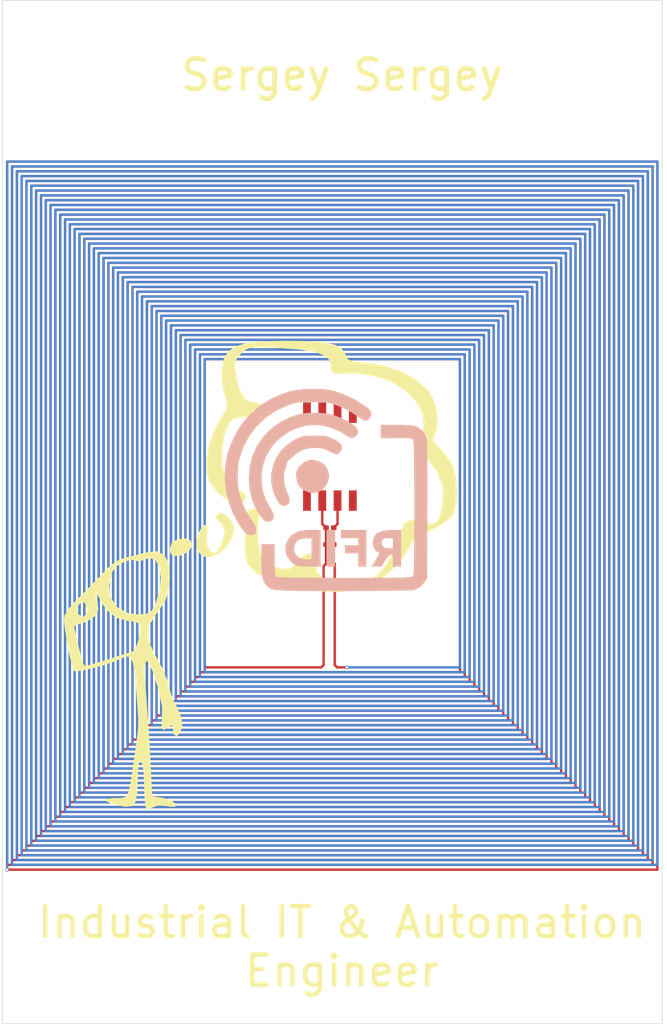
<source format=kicad_pcb>
(kicad_pcb (version 20171130) (host pcbnew "(5.1.9)-1")

  (general
    (thickness 1.6)
    (drawings 6)
    (tracks 356)
    (zones 0)
    (modules 5)
    (nets 8)
  )

  (page A4)
  (layers
    (0 F.Cu signal)
    (31 B.Cu signal)
    (32 B.Adhes user hide)
    (33 F.Adhes user)
    (34 B.Paste user)
    (35 F.Paste user)
    (36 B.SilkS user hide)
    (37 F.SilkS user)
    (38 B.Mask user)
    (39 F.Mask user)
    (40 Dwgs.User user hide)
    (41 Cmts.User user hide)
    (42 Eco1.User user hide)
    (43 Eco2.User user hide)
    (44 Edge.Cuts user)
    (45 Margin user hide)
    (46 B.CrtYd user hide)
    (47 F.CrtYd user hide)
    (48 B.Fab user hide)
    (49 F.Fab user hide)
  )

  (setup
    (last_trace_width 0.2)
    (trace_clearance 0.2)
    (zone_clearance 0.508)
    (zone_45_only no)
    (trace_min 0.2)
    (via_size 0.8)
    (via_drill 0.4)
    (via_min_size 0.4)
    (via_min_drill 0.3)
    (uvia_size 0.3)
    (uvia_drill 0.1)
    (uvias_allowed no)
    (uvia_min_size 0.2)
    (uvia_min_drill 0.1)
    (edge_width 0.05)
    (segment_width 0.2)
    (pcb_text_width 0.3)
    (pcb_text_size 1.5 1.5)
    (mod_edge_width 0.12)
    (mod_text_size 1 1)
    (mod_text_width 0.15)
    (pad_size 1.7 0.65)
    (pad_drill 0)
    (pad_to_mask_clearance 0)
    (aux_axis_origin 30.2 115)
    (visible_elements 7FFFFFFF)
    (pcbplotparams
      (layerselection 0x010fc_ffffffff)
      (usegerberextensions false)
      (usegerberattributes false)
      (usegerberadvancedattributes false)
      (creategerberjobfile false)
      (excludeedgelayer true)
      (linewidth 0.100000)
      (plotframeref false)
      (viasonmask false)
      (mode 1)
      (useauxorigin false)
      (hpglpennumber 1)
      (hpglpenspeed 20)
      (hpglpendiameter 15.000000)
      (psnegative false)
      (psa4output false)
      (plotreference true)
      (plotvalue true)
      (plotinvisibletext false)
      (padsonsilk false)
      (subtractmaskfromsilk false)
      (outputformat 1)
      (mirror false)
      (drillshape 0)
      (scaleselection 1)
      (outputdirectory "ger/"))
  )

  (net 0 "")
  (net 1 "Net-(U1-Pad8)")
  (net 2 "Net-(U1-Pad7)")
  (net 3 "Net-(U1-Pad6)")
  (net 4 "Net-(U1-Pad5)")
  (net 5 "Net-(U1-Pad4)")
  (net 6 "Net-(U1-Pad1)")
  (net 7 "Net-(C1-Pad1)")

  (net_class Default "This is the default net class."
    (clearance 0.2)
    (trace_width 0.2)
    (via_dia 0.8)
    (via_drill 0.4)
    (uvia_dia 0.3)
    (uvia_drill 0.1)
    (add_net "Net-(C1-Pad1)")
    (add_net "Net-(U1-Pad1)")
    (add_net "Net-(U1-Pad4)")
    (add_net "Net-(U1-Pad5)")
    (add_net "Net-(U1-Pad6)")
    (add_net "Net-(U1-Pad7)")
    (add_net "Net-(U1-Pad8)")
  )

  (module My:Attyni_SOIJ (layer F.Cu) (tedit 603E1B24) (tstamp 60410D17)
    (at 57.4 67.9 90)
    (descr "8-Lead Plastic Small Outline (SM) - Medium, 5.28 mm Body [SOIC] (see Microchip Packaging Specification 00000049BS.pdf)")
    (tags "SOIC 1.27")
    (path /60420EB0)
    (attr smd)
    (fp_text reference U1 (at 0 -3.68 90) (layer F.Fab) hide
      (effects (font (size 1 1) (thickness 0.15)))
    )
    (fp_text value ATtiny85-20SU (at 0 3.68 90) (layer F.Fab) hide
      (effects (font (size 1 1) (thickness 0.15)))
    )
    (fp_line (start -4.75 2.95) (end 4.75 2.95) (layer F.CrtYd) (width 0.05))
    (fp_line (start -4.75 -2.95) (end 4.75 -2.95) (layer F.CrtYd) (width 0.05))
    (fp_line (start 4.75 -2.95) (end 4.75 2.95) (layer F.CrtYd) (width 0.05))
    (fp_line (start -4.75 -2.95) (end -4.75 2.95) (layer F.CrtYd) (width 0.05))
    (fp_line (start -2.65 -1.65) (end -1.65 -2.65) (layer F.Fab) (width 0.15))
    (fp_line (start -2.65 2.65) (end -2.65 -1.65) (layer F.Fab) (width 0.15))
    (fp_line (start 2.65 2.65) (end -2.65 2.65) (layer F.Fab) (width 0.15))
    (fp_line (start 2.65 -2.65) (end 2.65 2.65) (layer F.Fab) (width 0.15))
    (fp_line (start -1.65 -2.65) (end 2.65 -2.65) (layer F.Fab) (width 0.15))
    (fp_text user %R (at 0 0 90) (layer F.Fab) hide
      (effects (font (size 1 1) (thickness 0.15)))
    )
    (pad 8 smd rect (at 3.65 -1.905 90) (size 1.7 0.65) (layers F.Cu F.Paste F.Mask)
      (net 1 "Net-(U1-Pad8)"))
    (pad 7 smd rect (at 3.65 -0.635 90) (size 1.7 0.65) (layers F.Cu F.Paste F.Mask)
      (net 2 "Net-(U1-Pad7)"))
    (pad 6 smd rect (at 3.65 0.635 90) (size 1.7 0.65) (layers F.Cu F.Paste F.Mask)
      (net 3 "Net-(U1-Pad6)"))
    (pad 5 smd rect (at 3.65 1.905 90) (size 1.7 0.65) (layers F.Cu F.Paste F.Mask)
      (net 4 "Net-(U1-Pad5)"))
    (pad 4 smd rect (at -3.65 1.905 90) (size 1.7 0.65) (layers F.Cu F.Paste F.Mask)
      (net 5 "Net-(U1-Pad4)"))
    (pad 3 smd rect (at -3.65 0.635 90) (size 1.7 0.65) (layers F.Cu F.Paste F.Mask)
      (net 7 "Net-(C1-Pad1)"))
    (pad 2 smd rect (at -3.65 -0.635 90) (size 1.7 0.65) (layers F.Cu F.Paste F.Mask)
      (net 7 "Net-(C1-Pad1)"))
    (pad 1 smd rect (at -3.65 -1.905 90) (size 1.7 0.65) (layers F.Cu F.Paste F.Mask)
      (net 6 "Net-(U1-Pad1)"))
    (model ${KISYS3DMOD}/Package_SO.3dshapes/SOIJ-8_5.3x5.3mm_P1.27mm.wrl
      (at (xyz 0 0 0))
      (scale (xyz 1 1 1))
      (rotate (xyz 0 0 0))
    )
  )

  (module Capacitor_SMD:C_0201_0603Metric (layer F.Cu) (tedit 5F68FEEE) (tstamp 60410CFA)
    (at 57.4 73.8)
    (descr "Capacitor SMD 0201 (0603 Metric), square (rectangular) end terminal, IPC_7351 nominal, (Body size source: https://www.vishay.com/docs/20052/crcw0201e3.pdf), generated with kicad-footprint-generator")
    (tags capacitor)
    (path /60422D74)
    (attr smd)
    (fp_text reference C2 (at 0 -1.05) (layer F.Fab)
      (effects (font (size 1 1) (thickness 0.15)))
    )
    (fp_text value CAP (at 0 1.05) (layer F.Fab)
      (effects (font (size 1 1) (thickness 0.15)))
    )
    (fp_line (start -0.3 0.15) (end -0.3 -0.15) (layer F.Fab) (width 0.1))
    (fp_line (start -0.3 -0.15) (end 0.3 -0.15) (layer F.Fab) (width 0.1))
    (fp_line (start 0.3 -0.15) (end 0.3 0.15) (layer F.Fab) (width 0.1))
    (fp_line (start 0.3 0.15) (end -0.3 0.15) (layer F.Fab) (width 0.1))
    (fp_line (start -0.7 0.35) (end -0.7 -0.35) (layer F.CrtYd) (width 0.05))
    (fp_line (start -0.7 -0.35) (end 0.7 -0.35) (layer F.CrtYd) (width 0.05))
    (fp_line (start 0.7 -0.35) (end 0.7 0.35) (layer F.CrtYd) (width 0.05))
    (fp_line (start 0.7 0.35) (end -0.7 0.35) (layer F.CrtYd) (width 0.05))
    (fp_text user %R (at 0 -0.68) (layer F.Fab)
      (effects (font (size 0.25 0.25) (thickness 0.04)))
    )
    (pad 2 smd roundrect (at 0.32 0) (size 0.46 0.4) (layers F.Cu F.Mask) (roundrect_rratio 0.25)
      (net 7 "Net-(C1-Pad1)"))
    (pad 1 smd roundrect (at -0.32 0) (size 0.46 0.4) (layers F.Cu F.Mask) (roundrect_rratio 0.25)
      (net 7 "Net-(C1-Pad1)"))
    (pad "" smd roundrect (at 0.345 0) (size 0.318 0.36) (layers F.Paste) (roundrect_rratio 0.25))
    (pad "" smd roundrect (at -0.345 0) (size 0.318 0.36) (layers F.Paste) (roundrect_rratio 0.25))
    (model ${KISYS3DMOD}/Capacitor_SMD.3dshapes/C_0201_0603Metric.wrl
      (at (xyz 0 0 0))
      (scale (xyz 1 1 1))
      (rotate (xyz 0 0 0))
    )
  )

  (module Capacitor_SMD:C_0201_0603Metric (layer F.Cu) (tedit 5F68FEEE) (tstamp 60410CE9)
    (at 57.4 75.2)
    (descr "Capacitor SMD 0201 (0603 Metric), square (rectangular) end terminal, IPC_7351 nominal, (Body size source: https://www.vishay.com/docs/20052/crcw0201e3.pdf), generated with kicad-footprint-generator")
    (tags capacitor)
    (path /60422108)
    (attr smd)
    (fp_text reference C1 (at 0 -1.05) (layer F.Fab)
      (effects (font (size 1 1) (thickness 0.15)))
    )
    (fp_text value C (at 0 1.05) (layer F.Fab)
      (effects (font (size 1 1) (thickness 0.15)))
    )
    (fp_line (start -0.3 0.15) (end -0.3 -0.15) (layer F.Fab) (width 0.1))
    (fp_line (start -0.3 -0.15) (end 0.3 -0.15) (layer F.Fab) (width 0.1))
    (fp_line (start 0.3 -0.15) (end 0.3 0.15) (layer F.Fab) (width 0.1))
    (fp_line (start 0.3 0.15) (end -0.3 0.15) (layer F.Fab) (width 0.1))
    (fp_line (start -0.7 0.35) (end -0.7 -0.35) (layer F.CrtYd) (width 0.05))
    (fp_line (start -0.7 -0.35) (end 0.7 -0.35) (layer F.CrtYd) (width 0.05))
    (fp_line (start 0.7 -0.35) (end 0.7 0.35) (layer F.CrtYd) (width 0.05))
    (fp_line (start 0.7 0.35) (end -0.7 0.35) (layer F.CrtYd) (width 0.05))
    (fp_text user %R (at 0 -0.68) (layer F.Fab)
      (effects (font (size 0.25 0.25) (thickness 0.04)))
    )
    (pad 2 smd roundrect (at 0.32 0) (size 0.46 0.4) (layers F.Cu F.Mask) (roundrect_rratio 0.25)
      (net 7 "Net-(C1-Pad1)"))
    (pad 1 smd roundrect (at -0.32 0) (size 0.46 0.4) (layers F.Cu F.Mask) (roundrect_rratio 0.25)
      (net 7 "Net-(C1-Pad1)"))
    (pad "" smd roundrect (at 0.345 0) (size 0.318 0.36) (layers F.Paste) (roundrect_rratio 0.25))
    (pad "" smd roundrect (at -0.345 0) (size 0.318 0.36) (layers F.Paste) (roundrect_rratio 0.25))
    (model ${KISYS3DMOD}/Capacitor_SMD.3dshapes/C_0201_0603Metric.wrl
      (at (xyz 0 0 0))
      (scale (xyz 1 1 1))
      (rotate (xyz 0 0 0))
    )
  )

  (module My:man (layer F.Cu) (tedit 603F89DF) (tstamp 603FE5F3)
    (at 51.6 77.8)
    (fp_text reference G*** (at 0 0) (layer F.SilkS) hide
      (effects (font (size 1.524 1.524) (thickness 0.3)))
    )
    (fp_text value LOGO (at 0.75 0) (layer F.SilkS) hide
      (effects (font (size 1.524 1.524) (thickness 0.3)))
    )
    (fp_poly (pts (xy -5.782599 -2.948494) (xy -5.642018 -2.513981) (xy -5.902228 -2.059475) (xy -6.454317 -1.726688)
      (xy -6.77802 -1.653294) (xy -7.298875 -1.670281) (xy -7.47549 -1.987766) (xy -7.486316 -2.225888)
      (xy -7.327504 -2.779047) (xy -6.779222 -3.060552) (xy -6.142172 -3.096183) (xy -5.782599 -2.948494)) (layer F.SilkS) (width 0.01))
    (fp_poly (pts (xy -2.796678 -5.053871) (xy -2.680002 -4.952033) (xy -2.270333 -4.400417) (xy -2.138948 -3.943498)
      (xy -2.320018 -3.123642) (xy -2.785859 -2.391374) (xy -3.420413 -1.83658) (xy -4.107623 -1.549142)
      (xy -4.731432 -1.618943) (xy -4.942468 -1.772242) (xy -5.285554 -2.290533) (xy -5.291536 -2.931751)
      (xy -5.086618 -3.592068) (xy -4.763211 -4.16141) (xy -4.484191 -4.260564) (xy -4.360816 -3.910573)
      (xy -4.413984 -3.464838) (xy -4.427547 -2.730907) (xy -4.193458 -2.138314) (xy -3.788856 -1.873087)
      (xy -3.753337 -1.871579) (xy -3.499664 -2.098027) (xy -3.220434 -2.639005) (xy -3.005759 -3.286968)
      (xy -2.941053 -3.742453) (xy -3.15364 -4.288282) (xy -3.408948 -4.515326) (xy -3.715411 -4.795118)
      (xy -3.548949 -5.110505) (xy -3.214988 -5.28038) (xy -2.796678 -5.053871)) (layer F.SilkS) (width 0.01))
    (fp_poly (pts (xy 4.003075 -19.487924) (xy 5.294677 -19.387104) (xy 6.188836 -19.199072) (xy 6.752806 -18.907465)
      (xy 7.053842 -18.49592) (xy 7.105749 -18.335742) (xy 7.270433 -18.009096) (xy 7.64419 -17.824058)
      (xy 8.362932 -17.729148) (xy 8.770391 -17.705235) (xy 10.285949 -17.470183) (xy 11.756471 -16.958473)
      (xy 13.034116 -16.241055) (xy 13.971042 -15.388881) (xy 14.164092 -15.116727) (xy 14.574136 -14.178511)
      (xy 14.764942 -13.154467) (xy 14.719026 -12.236291) (xy 14.477693 -11.67848) (xy 14.363282 -11.334182)
      (xy 14.63194 -10.905545) (xy 14.86769 -10.671364) (xy 15.487831 -9.968403) (xy 15.968509 -9.237258)
      (xy 16.228734 -8.402129) (xy 16.347904 -7.315831) (xy 16.321189 -6.208197) (xy 16.143761 -5.309062)
      (xy 16.055334 -5.104718) (xy 15.618064 -4.634355) (xy 14.88547 -4.123651) (xy 14.070648 -3.697948)
      (xy 13.386693 -3.482591) (xy 13.285995 -3.47579) (xy 12.960872 -3.252219) (xy 12.574661 -2.688462)
      (xy 12.422406 -2.38364) (xy 11.722874 -1.297777) (xy 10.677067 -0.231943) (xy 9.454426 0.652481)
      (xy 8.955147 0.918674) (xy 8.097294 1.173465) (xy 6.928892 1.317292) (xy 6.29744 1.336842)
      (xy 5.277682 1.307795) (xy 4.619436 1.190457) (xy 4.151204 0.939528) (xy 3.883283 0.699168)
      (xy 3.382286 0.298543) (xy 2.822845 0.155252) (xy 2.028288 0.198704) (xy 0.70877 0.177022)
      (xy -0.319063 -0.192915) (xy -0.981224 -0.881283) (xy -1.059808 -1.046139) (xy -1.20464 -1.68977)
      (xy -1.284155 -2.649303) (xy -1.283271 -3.630044) (xy -1.226654 -4.607675) (xy -1.132674 -5.173163)
      (xy -0.956142 -5.449046) (xy -0.651868 -5.557861) (xy -0.567497 -5.570957) (xy -0.158915 -5.58593)
      (xy -0.024386 -5.377208) (xy -0.092495 -4.805934) (xy -0.114089 -4.689368) (xy -0.188833 -3.784282)
      (xy -0.146272 -2.754203) (xy -0.116377 -2.517784) (xy 0.08475 -1.675444) (xy 0.442226 -1.170371)
      (xy 0.820621 -0.926214) (xy 1.819492 -0.570756) (xy 2.586952 -0.634415) (xy 3.067183 -1.111995)
      (xy 3.078178 -1.136316) (xy 3.514285 -1.640485) (xy 3.943684 -1.823333) (xy 4.370149 -1.800835)
      (xy 4.52914 -1.46904) (xy 4.545263 -1.10323) (xy 4.771509 -0.261576) (xy 5.139491 0.118523)
      (xy 5.883339 0.405248) (xy 6.923033 0.531356) (xy 8.044811 0.498228) (xy 9.034911 0.307247)
      (xy 9.520407 0.090209) (xy 10.115974 -0.478212) (xy 10.743486 -1.347666) (xy 11.296114 -2.333741)
      (xy 11.667029 -3.252024) (xy 11.761701 -3.778817) (xy 11.961798 -4.399658) (xy 12.523808 -4.660632)
      (xy 13.39881 -4.544151) (xy 13.650645 -4.457814) (xy 14.274068 -4.315162) (xy 14.686372 -4.507171)
      (xy 14.968304 -5.107829) (xy 15.132137 -5.815263) (xy 15.178549 -7.297685) (xy 14.712511 -8.63871)
      (xy 13.883159 -9.708172) (xy 13.293936 -10.318008) (xy 13.03169 -10.711725) (xy 13.042094 -11.048104)
      (xy 13.270819 -11.485926) (xy 13.273393 -11.490284) (xy 13.604027 -12.504318) (xy 13.468061 -13.527264)
      (xy 12.929663 -14.503003) (xy 12.053002 -15.37542) (xy 10.902246 -16.088398) (xy 9.541562 -16.585819)
      (xy 8.03512 -16.811567) (xy 7.199704 -16.801887) (xy 6.416059 -16.765951) (xy 6.027122 -16.842393)
      (xy 5.895163 -17.094025) (xy 5.881939 -17.402873) (xy 5.75539 -17.924319) (xy 5.335576 -18.314514)
      (xy 4.562677 -18.595124) (xy 3.376871 -18.787816) (xy 1.718336 -18.914259) (xy 1.707586 -18.914822)
      (xy 0.469271 -18.971499) (xy -0.355694 -18.975079) (xy -0.887458 -18.908863) (xy -1.246166 -18.756152)
      (xy -1.551968 -18.500246) (xy -1.597139 -18.455493) (xy -1.995156 -17.928427) (xy -2.089517 -17.318272)
      (xy -2.032956 -16.823448) (xy -1.72745 -15.53292) (xy -1.298679 -14.745851) (xy -0.735308 -14.442809)
      (xy -0.641284 -14.437895) (xy -0.0182 -14.290591) (xy 0.179668 -13.908788) (xy -0.028961 -13.46721)
      (xy -0.62354 -13.163885) (xy -1.282089 -13.161012) (xy -2.033865 -13.103707) (xy -2.565509 -12.689673)
      (xy -2.917677 -11.862327) (xy -3.128332 -10.591364) (xy -3.131574 -9.110749) (xy -2.790024 -8.029515)
      (xy -2.098454 -7.333956) (xy -1.836272 -7.204323) (xy -1.254517 -6.81679) (xy -1.123872 -6.414729)
      (xy -1.426684 -6.128433) (xy -1.989715 -6.071714) (xy -2.849321 -6.367506) (xy -3.656908 -7.027623)
      (xy -4.24931 -7.893335) (xy -4.434459 -8.450034) (xy -4.464958 -9.607808) (xy -4.225859 -10.945569)
      (xy -3.776963 -12.222065) (xy -3.292806 -13.055769) (xy -2.861102 -13.69085) (xy -2.738146 -14.173152)
      (xy -2.870581 -14.743375) (xy -2.90024 -14.826757) (xy -3.142847 -15.874923) (xy -3.191091 -16.987555)
      (xy -3.042678 -17.929504) (xy -2.933127 -18.195863) (xy -2.543251 -18.712211) (xy -1.959051 -19.08217)
      (xy -1.101305 -19.325957) (xy 0.109207 -19.463792) (xy 1.751708 -19.515895) (xy 2.246773 -19.517895)
      (xy 4.003075 -19.487924)) (layer F.SilkS) (width 0.01))
    (fp_poly (pts (xy -7.955735 -1.735195) (xy -7.587377 -0.982463) (xy -7.486316 0.059016) (xy -7.569874 1.171076)
      (xy -7.879896 2.080778) (xy -8.505404 3.019959) (xy -8.729196 3.295777) (xy -9.242503 4.215749)
      (xy -9.282683 5.218645) (xy -8.847034 6.370006) (xy -8.5841 6.816314) (xy -8.092377 7.72787)
      (xy -7.723868 8.65452) (xy -7.625861 9.031389) (xy -7.343439 9.978002) (xy -6.919186 10.87591)
      (xy -6.910824 10.889599) (xy -6.575535 11.660993) (xy -6.459704 12.401378) (xy -6.465379 12.47319)
      (xy -6.638132 13.042678) (xy -6.905196 13.304344) (xy -7.13977 13.202776) (xy -7.218948 12.802491)
      (xy -7.275287 12.39751) (xy -7.486633 12.462058) (xy -7.53979 12.512842) (xy -7.974912 12.816239)
      (xy -8.182672 12.640455) (xy -8.154407 11.994277) (xy -8.138515 11.905453) (xy -8.13923 10.821382)
      (xy -8.469003 9.320727) (xy -8.531026 9.111655) (xy -8.932725 7.901329) (xy -9.24054 7.217112)
      (xy -9.451388 7.058143) (xy -9.562185 7.42356) (xy -9.569848 8.3125) (xy -9.501081 9.38282)
      (xy -9.397409 10.743031) (xy -9.285406 12.392167) (xy -9.181204 14.084975) (xy -9.124579 15.106316)
      (xy -8.956842 18.314737) (xy -8.042306 18.448421) (xy -7.393394 18.634266) (xy -7.022848 18.910667)
      (xy -7.007993 18.944518) (xy -7.044751 19.172572) (xy -7.448052 19.176991) (xy -7.732954 19.121395)
      (xy -8.474771 19.072592) (xy -8.925552 19.224557) (xy -9.311281 19.386406) (xy -9.449337 19.337329)
      (xy -9.538169 18.998973) (xy -9.60141 18.28186) (xy -9.625263 17.350165) (xy -9.662039 16.413537)
      (xy -9.758422 15.702992) (xy -9.892632 15.373684) (xy -10.047285 15.518219) (xy -10.140395 16.141317)
      (xy -10.164094 16.895273) (xy -10.203336 18.061723) (xy -10.347348 18.777114) (xy -10.645892 19.122286)
      (xy -11.14873 19.178082) (xy -11.530285 19.114736) (xy -12.418489 18.883682) (xy -12.850119 18.681214)
      (xy -12.803959 18.531693) (xy -12.258792 18.459478) (xy -12.103515 18.456551) (xy -11.622611 18.457131)
      (xy -11.286347 18.411354) (xy -11.054504 18.235727) (xy -10.886864 17.846759) (xy -10.74321 17.160957)
      (xy -10.583323 16.094828) (xy -10.425326 14.972631) (xy -10.269267 13.869891) (xy -10.169732 13.067286)
      (xy -10.123223 12.406898) (xy -10.126238 11.730808) (xy -10.175278 10.881097) (xy -10.266842 9.699846)
      (xy -10.299396 9.291053) (xy -10.419829 8.008759) (xy -10.564123 7.192621) (xy -10.773001 6.774321)
      (xy -11.087189 6.685543) (xy -11.547413 6.857972) (xy -11.700996 6.939899) (xy -12.244912 7.169396)
      (xy -13.035154 7.425601) (xy -13.910558 7.666494) (xy -14.709961 7.850058) (xy -15.272199 7.934274)
      (xy -15.436385 7.91379) (xy -15.58331 7.556605) (xy -15.774634 6.804885) (xy -15.98086 5.793701)
      (xy -16.172494 4.658126) (xy -16.222937 4.311898) (xy -16.236825 4.18313) (xy -15.424449 4.18313)
      (xy -15.404398 4.478421) (xy -15.246674 5.082495) (xy -15.094162 5.748421) (xy -14.871465 6.722159)
      (xy -14.702997 7.265117) (xy -14.555964 7.474122) (xy -14.505568 7.486316) (xy -14.186465 7.410284)
      (xy -13.505099 7.210716) (xy -12.607418 6.930403) (xy -12.585164 6.923275) (xy -11.658404 6.627974)
      (xy -10.920612 6.396041) (xy -10.532969 6.278118) (xy -10.314246 5.9876) (xy -10.122039 5.383974)
      (xy -10.002419 4.688509) (xy -10.001459 4.122477) (xy -10.052128 3.968762) (xy -10.395524 3.801584)
      (xy -10.918394 3.743158) (xy -11.929409 3.491034) (xy -12.791499 2.794414) (xy -13.264523 2.037801)
      (xy -13.6407 1.203158) (xy -13.4832 2.161043) (xy -13.434216 2.856306) (xy -13.645981 3.286429)
      (xy -14.006074 3.564727) (xy -14.635134 3.888589) (xy -15.114926 4.010526) (xy -15.424449 4.18313)
      (xy -16.236825 4.18313) (xy -16.286484 3.722739) (xy -16.234219 3.27624) (xy -15.997455 2.839374)
      (xy -15.926189 2.757881) (xy -15.181705 2.757881) (xy -15.078095 3.195086) (xy -14.782755 3.420683)
      (xy -14.638281 3.403443) (xy -14.402449 3.083543) (xy -14.396471 2.779631) (xy -14.560613 2.233748)
      (xy -14.806332 2.172891) (xy -15.01259 2.339326) (xy -15.181705 2.757881) (xy -15.926189 2.757881)
      (xy -15.507503 2.279117) (xy -14.810579 1.576608) (xy -14.024638 0.785593) (xy -12.562596 0.785593)
      (xy -12.408681 1.812902) (xy -11.853583 2.615754) (xy -10.950617 3.103316) (xy -10.15851 3.208421)
      (xy -9.432256 3.161359) (xy -9.022183 2.927014) (xy -8.711854 2.365643) (xy -8.658623 2.240033)
      (xy -8.331049 1.160908) (xy -8.23789 0.153551) (xy -8.355495 -0.68714) (xy -8.660213 -1.266271)
      (xy -9.128394 -1.488943) (xy -9.558916 -1.37235) (xy -10.034368 -1.206397) (xy -10.239412 -1.238008)
      (xy -10.671167 -1.340863) (xy -11.290813 -1.169359) (xy -11.892723 -0.811201) (xy -12.262014 -0.37534)
      (xy -12.562596 0.785593) (xy -14.024638 0.785593) (xy -13.990157 0.75089) (xy -13.247071 -0.015016)
      (xy -12.719801 -0.578006) (xy -12.652888 -0.653139) (xy -12.001393 -1.179364) (xy -11.316046 -1.473697)
      (xy -10.534229 -1.659925) (xy -9.640208 -1.903537) (xy -9.559519 -1.927228) (xy -8.608135 -2.045345)
      (xy -7.955735 -1.735195)) (layer F.SilkS) (width 0.01))
  )

  (module My:rfid (layer B.Cu) (tedit 0) (tstamp 603E6F0E)
    (at 58.4 70.6 180)
    (fp_text reference G*** (at 0 0) (layer B.SilkS) hide
      (effects (font (size 1.524 1.524) (thickness 0.3)) (justify mirror))
    )
    (fp_text value LOGO (at 0.75 0) (layer B.SilkS) hide
      (effects (font (size 1.524 1.524) (thickness 0.3)) (justify mirror))
    )
    (fp_poly (pts (xy -3.217334 4.233333) (xy -4.526688 4.233333) (xy -5.026942 4.231839) (xy -5.384322 4.22529)
      (xy -5.625278 4.210585) (xy -5.776259 4.184624) (xy -5.863714 4.144305) (xy -5.914093 4.08653)
      (xy -5.923688 4.069566) (xy -5.943991 3.944752) (xy -5.961665 3.651957) (xy -5.976688 3.192516)
      (xy -5.989041 2.56776) (xy -5.998702 1.779023) (xy -6.005652 0.827639) (xy -6.009869 -0.28506)
      (xy -6.011333 -1.557741) (xy -6.011334 -1.597053) (xy -6.010992 -2.708136) (xy -6.009774 -3.662018)
      (xy -6.007394 -4.470831) (xy -6.003567 -5.146706) (xy -5.998004 -5.701775) (xy -5.990421 -6.14817)
      (xy -5.980531 -6.498021) (xy -5.968046 -6.763461) (xy -5.952682 -6.95662) (xy -5.93415 -7.089632)
      (xy -5.912166 -7.174626) (xy -5.886443 -7.223735) (xy -5.878286 -7.232953) (xy -5.83746 -7.259667)
      (xy -5.764339 -7.2826) (xy -5.64686 -7.302035) (xy -5.472962 -7.318252) (xy -5.230585 -7.331534)
      (xy -4.907667 -7.342161) (xy -4.492146 -7.350416) (xy -3.971962 -7.35658) (xy -3.335053 -7.360935)
      (xy -2.569357 -7.363762) (xy -1.662814 -7.365343) (xy -0.603361 -7.36596) (xy -0.18022 -7.366)
      (xy 0.997015 -7.365239) (xy 2.014094 -7.362844) (xy 2.880187 -7.358653) (xy 3.604465 -7.352499)
      (xy 4.196099 -7.34422) (xy 4.664259 -7.33365) (xy 5.018116 -7.320626) (xy 5.266841 -7.304981)
      (xy 5.419604 -7.286554) (xy 5.485576 -7.265178) (xy 5.486399 -7.2644) (xy 5.531376 -7.144823)
      (xy 5.56286 -6.88394) (xy 5.58151 -6.472698) (xy 5.587984 -5.902043) (xy 5.588 -5.8674)
      (xy 5.588 -4.572) (xy 6.688666 -4.572) (xy 6.686807 -5.9055) (xy 6.677877 -6.529357)
      (xy 6.649004 -7.011375) (xy 6.594118 -7.37848) (xy 6.507146 -7.657598) (xy 6.38202 -7.875653)
      (xy 6.212668 -8.059572) (xy 6.198228 -8.07255) (xy 6.111444 -8.147009) (xy 6.022303 -8.211238)
      (xy 5.918303 -8.265982) (xy 5.786946 -8.31199) (xy 5.615731 -8.350009) (xy 5.392157 -8.380785)
      (xy 5.103725 -8.405067) (xy 4.737934 -8.4236) (xy 4.282284 -8.437132) (xy 3.724275 -8.446411)
      (xy 3.051407 -8.452184) (xy 2.251179 -8.455196) (xy 1.311091 -8.456197) (xy 0.218643 -8.455933)
      (xy -0.211667 -8.455673) (xy -1.174657 -8.454075) (xy -2.091689 -8.45065) (xy -2.948074 -8.445574)
      (xy -3.729119 -8.439024) (xy -4.420135 -8.431177) (xy -5.00643 -8.42221) (xy -5.473314 -8.4123)
      (xy -5.806095 -8.401624) (xy -5.990082 -8.390358) (xy -6.018651 -8.385749) (xy -6.464773 -8.164617)
      (xy -6.818685 -7.80564) (xy -6.877676 -7.717073) (xy -7.069667 -7.408334) (xy -7.09369 -1.755322)
      (xy -7.097825 -0.45171) (xy -7.09851 0.696781) (xy -7.095768 1.688144) (xy -7.089619 2.520374)
      (xy -7.080085 3.191466) (xy -7.067187 3.699413) (xy -7.050946 4.04221) (xy -7.031385 4.217851)
      (xy -7.029903 4.223792) (xy -6.829006 4.675854) (xy -6.500347 5.016938) (xy -6.229655 5.173444)
      (xy -6.066953 5.235457) (xy -5.875379 5.279259) (xy -5.623414 5.30783) (xy -5.279538 5.324149)
      (xy -4.812231 5.331197) (xy -4.550834 5.33214) (xy -3.217334 5.334) (xy -3.217334 4.233333)) (layer B.SilkS) (width 0.01))
    (fp_poly (pts (xy -4.2545 -3.387139) (xy -3.655655 -3.418073) (xy -3.201712 -3.514945) (xy -2.878618 -3.685317)
      (xy -2.672323 -3.936752) (xy -2.568775 -4.276815) (xy -2.566094 -4.295899) (xy -2.569168 -4.539835)
      (xy -2.624449 -4.800278) (xy -2.713515 -5.022628) (xy -2.817944 -5.152287) (xy -2.859675 -5.165963)
      (xy -2.978585 -5.207501) (xy -3.033352 -5.238489) (xy -3.072205 -5.309126) (xy -3.036728 -5.44672)
      (xy -2.917086 -5.67814) (xy -2.801432 -5.872192) (xy -2.457159 -6.434667) (xy -3.294464 -6.434667)
      (xy -3.578456 -5.947834) (xy -3.799086 -5.621295) (xy -3.98593 -5.45466) (xy -4.047891 -5.433945)
      (xy -4.150231 -5.431816) (xy -4.205841 -5.488186) (xy -4.228837 -5.640112) (xy -4.233334 -5.920778)
      (xy -4.233334 -6.434667) (xy -4.910667 -6.434667) (xy -4.910667 -4.064) (xy -4.233334 -4.064)
      (xy -4.233334 -4.910667) (xy -3.931434 -4.910667) (xy -3.677546 -4.8863) (xy -3.47398 -4.827231)
      (xy -3.465768 -4.823021) (xy -3.342497 -4.673594) (xy -3.302108 -4.451739) (xy -3.35209 -4.236653)
      (xy -3.4036 -4.1656) (xy -3.547061 -4.102212) (xy -3.782771 -4.066732) (xy -3.869267 -4.064)
      (xy -4.233334 -4.064) (xy -4.910667 -4.064) (xy -4.910667 -3.386667) (xy -4.2545 -3.387139)) (layer B.SilkS) (width 0.01))
    (fp_poly (pts (xy 0.084666 -4.064) (xy -1.354667 -4.064) (xy -1.354667 -4.656667) (xy -0.254 -4.656667)
      (xy -0.254 -5.334) (xy -1.354667 -5.334) (xy -1.354667 -6.434667) (xy -2.032 -6.434667)
      (xy -2.032 -3.386667) (xy 0.084666 -3.386667) (xy 0.084666 -4.064)) (layer B.SilkS) (width 0.01))
    (fp_poly (pts (xy 1.27 -6.434667) (xy 0.592666 -6.434667) (xy 0.592666 -3.386667) (xy 1.27 -3.386667)
      (xy 1.27 -6.434667)) (layer B.SilkS) (width 0.01))
    (fp_poly (pts (xy 2.518833 -3.387139) (xy 3.075333 -3.405889) (xy 3.502396 -3.468385) (xy 3.836637 -3.585211)
      (xy 4.114671 -3.766949) (xy 4.244454 -3.885867) (xy 4.54218 -4.290547) (xy 4.688435 -4.736752)
      (xy 4.685786 -5.195671) (xy 4.536798 -5.6385) (xy 4.244038 -6.036429) (xy 4.036955 -6.215215)
      (xy 3.909741 -6.293413) (xy 3.753174 -6.347294) (xy 3.531644 -6.382717) (xy 3.20954 -6.405536)
      (xy 2.788122 -6.420591) (xy 1.778 -6.448848) (xy 1.778 -4.106334) (xy 2.517069 -4.106334)
      (xy 2.520545 -4.910667) (xy 2.522844 -5.26541) (xy 2.526151 -5.554712) (xy 2.529929 -5.737825)
      (xy 2.53201 -5.7785) (xy 2.613224 -5.822508) (xy 2.804071 -5.839856) (xy 3.04713 -5.831581)
      (xy 3.284981 -5.798722) (xy 3.415357 -5.76252) (xy 3.739581 -5.560023) (xy 3.930562 -5.258145)
      (xy 3.979333 -4.955874) (xy 3.911873 -4.57081) (xy 3.715281 -4.29105) (xy 3.398241 -4.123508)
      (xy 2.969437 -4.075098) (xy 2.87887 -4.079729) (xy 2.517069 -4.106334) (xy 1.778 -4.106334)
      (xy 1.778 -3.386667) (xy 2.518833 -3.387139)) (layer B.SilkS) (width 0.01))
    (fp_poly (pts (xy 3.160435 8.304473) (xy 3.79788 8.238568) (xy 4.38097 8.113518) (xy 4.965341 7.917364)
      (xy 5.606632 7.638147) (xy 5.612026 7.6356) (xy 5.982859 7.444604) (xy 6.354357 7.225989)
      (xy 6.69963 6.99909) (xy 6.991789 6.783238) (xy 7.203944 6.597766) (xy 7.309205 6.462008)
      (xy 7.310968 6.41412) (xy 7.308994 6.363243) (xy 7.342614 6.37788) (xy 7.443808 6.348214)
      (xy 7.619351 6.2082) (xy 7.843761 5.984267) (xy 8.091554 5.70284) (xy 8.337246 5.390347)
      (xy 8.45755 5.221673) (xy 8.726796 4.776703) (xy 9.002326 4.23308) (xy 9.253885 3.657496)
      (xy 9.451217 3.116641) (xy 9.520457 2.878666) (xy 9.698068 1.867187) (xy 9.726477 0.82469)
      (xy 9.611214 -0.219853) (xy 9.357808 -1.237468) (xy 8.971787 -2.199184) (xy 8.45868 -3.076028)
      (xy 8.357163 -3.217334) (xy 8.169823 -3.462012) (xy 8.012893 -3.652185) (xy 7.921995 -3.745204)
      (xy 7.741049 -3.800188) (xy 7.499566 -3.801295) (xy 7.286002 -3.753118) (xy 7.2136 -3.7084)
      (xy 7.110609 -3.491399) (xy 7.144847 -3.197087) (xy 7.312529 -2.841909) (xy 7.463434 -2.622388)
      (xy 7.819308 -2.074334) (xy 8.805333 -2.074334) (xy 8.847666 -2.116667) (xy 8.89 -2.074334)
      (xy 8.847666 -2.032) (xy 8.805333 -2.074334) (xy 7.819308 -2.074334) (xy 7.837407 -2.046462)
      (xy 8.172233 -1.375371) (xy 8.433152 -0.683227) (xy 8.521839 -0.36568) (xy 8.610656 0.158199)
      (xy 8.654578 0.770829) (xy 8.653773 1.409804) (xy 8.608411 2.012722) (xy 8.518661 2.517179)
      (xy 8.51397 2.535102) (xy 8.168804 3.518217) (xy 7.684042 4.417803) (xy 7.071617 5.221018)
      (xy 6.997493 5.291666) (xy 8.212666 5.291666) (xy 8.255 5.249333) (xy 8.297333 5.291666)
      (xy 8.255 5.334) (xy 8.212666 5.291666) (xy 6.997493 5.291666) (xy 6.464494 5.799666)
      (xy 7.704666 5.799666) (xy 7.747 5.757333) (xy 7.789333 5.799666) (xy 7.747 5.842)
      (xy 7.704666 5.799666) (xy 6.464494 5.799666) (xy 6.343466 5.915017) (xy 6.141788 6.053666)
      (xy 6.773333 6.053666) (xy 6.815666 6.011333) (xy 6.858 6.053666) (xy 6.815666 6.096)
      (xy 6.773333 6.053666) (xy 6.141788 6.053666) (xy 5.649162 6.392333) (xy 6.011333 6.392333)
      (xy 6.053666 6.35) (xy 6.096 6.392333) (xy 6.053666 6.434666) (xy 6.011333 6.392333)
      (xy 5.649162 6.392333) (xy 5.511521 6.486957) (xy 4.587718 6.923995) (xy 4.360333 7.005147)
      (xy 4.070139 7.09718) (xy 3.813749 7.160788) (xy 3.547734 7.201228) (xy 3.228666 7.22376)
      (xy 2.813115 7.233642) (xy 2.455333 7.235814) (xy 1.941193 7.233649) (xy 1.55456 7.22113)
      (xy 1.25371 7.193822) (xy 0.996921 7.147294) (xy 0.742469 7.077112) (xy 0.635 7.042421)
      (xy -0.056106 6.766326) (xy -0.751087 6.405823) (xy -1.367395 6.004207) (xy -1.419818 5.964752)
      (xy -1.658159 5.802986) (xy -1.865226 5.696917) (xy -1.959509 5.672667) (xy -2.17385 5.748055)
      (xy -2.352318 5.937692) (xy -2.449085 6.186784) (xy -2.455334 6.265508) (xy -2.433857 6.414266)
      (xy -2.350523 6.553263) (xy -2.17698 6.717016) (xy -1.926167 6.909713) (xy -0.983604 7.500427)
      (xy 0.06253 7.958825) (xy 0.483588 8.097382) (xy 0.81591 8.191412) (xy 1.109465 8.255307)
      (xy 1.412536 8.294718) (xy 1.773407 8.315296) (xy 2.24036 8.322691) (xy 2.413 8.323189)
      (xy 3.160435 8.304473)) (layer B.SilkS) (width 0.01))
    (fp_poly (pts (xy 2.606246 6.338712) (xy 3.165141 6.297345) (xy 3.601711 6.220325) (xy 4.414573 5.938811)
      (xy 5.190188 5.531677) (xy 5.889283 5.02412) (xy 6.472585 4.441336) (xy 6.576711 4.311725)
      (xy 7.101384 3.51188) (xy 7.464839 2.677202) (xy 7.673776 1.787897) (xy 7.735283 0.889)
      (xy 7.664884 -0.057676) (xy 7.451522 -0.926148) (xy 7.087682 -1.739842) (xy 6.696096 -2.3495)
      (xy 6.434406 -2.617859) (xy 6.164473 -2.71802) (xy 5.88801 -2.649517) (xy 5.801737 -2.594318)
      (xy 5.667581 -2.399492) (xy 5.672226 -2.12057) (xy 5.814153 -1.768238) (xy 5.950637 -1.546364)
      (xy 6.330801 -0.867876) (xy 6.56575 -0.149042) (xy 6.666248 0.592666) (xy 6.665912 1.317906)
      (xy 6.561358 1.966598) (xy 6.339251 2.605074) (xy 6.203486 2.894589) (xy 5.765765 3.587788)
      (xy 5.204733 4.186397) (xy 4.741319 4.529666) (xy 5.757333 4.529666) (xy 5.799666 4.487333)
      (xy 5.842 4.529666) (xy 5.799666 4.572) (xy 5.757333 4.529666) (xy 4.741319 4.529666)
      (xy 4.544829 4.675213) (xy 3.810493 5.039034) (xy 3.026164 5.262655) (xy 2.286 5.331497)
      (xy 1.5727 5.26225) (xy 0.838703 5.06821) (xy 0.145196 4.76993) (xy -0.388992 4.432988)
      (xy -0.693708 4.265218) (xy -0.960466 4.25972) (xy -1.185334 4.402666) (xy -1.333335 4.650274)
      (xy -1.320078 4.917774) (xy -1.241217 5.037666) (xy -0.846667 5.037666) (xy -0.804334 4.995333)
      (xy -0.762 5.037666) (xy -0.804334 5.08) (xy -0.846667 5.037666) (xy -1.241217 5.037666)
      (xy -1.14755 5.180065) (xy -1.121834 5.204836) (xy -0.846077 5.412349) (xy -0.459137 5.640776)
      (xy -0.012699 5.864683) (xy 0.441554 6.058634) (xy 0.851939 6.197192) (xy 0.940988 6.220046)
      (xy 1.430662 6.300055) (xy 2.006917 6.339613) (xy 2.606246 6.338712)) (layer B.SilkS) (width 0.01))
    (fp_poly (pts (xy 2.716177 4.442394) (xy 3.02273 4.428816) (xy 3.254915 4.395625) (xy 3.460204 4.334178)
      (xy 3.686072 4.235836) (xy 3.835455 4.163293) (xy 4.495333 3.750678) (xy 5.036002 3.232719)
      (xy 5.450548 2.63005) (xy 5.732056 1.963302) (xy 5.873611 1.253109) (xy 5.8683 0.520104)
      (xy 5.709208 -0.215081) (xy 5.484225 -0.756638) (xy 5.264507 -1.121894) (xy 5.048785 -1.331974)
      (xy 4.819857 -1.399704) (xy 4.656666 -1.373724) (xy 4.429419 -1.233335) (xy 4.33642 -0.993843)
      (xy 4.378116 -0.659934) (xy 4.548845 -0.248016) (xy 4.562277 -0.211667) (xy 4.741333 -0.211667)
      (xy 4.783666 -0.254) (xy 4.826 -0.211667) (xy 4.783666 -0.169334) (xy 4.741333 -0.211667)
      (xy 4.562277 -0.211667) (xy 4.738686 0.265703) (xy 4.818664 0.827832) (xy 4.78397 1.375928)
      (xy 4.698309 1.693333) (xy 4.610609 1.950306) (xy 4.554584 2.158485) (xy 4.545509 2.216452)
      (xy 4.515231 2.330657) (xy 4.490357 2.343452) (xy 4.411109 2.390105) (xy 4.252813 2.526444)
      (xy 4.099806 2.673527) (xy 3.623796 3.067932) (xy 3.119922 3.310788) (xy 2.942739 3.344333)
      (xy 4.741333 3.344333) (xy 4.783666 3.302) (xy 4.826 3.344333) (xy 4.783666 3.386666)
      (xy 4.741333 3.344333) (xy 2.942739 3.344333) (xy 2.546644 3.419323) (xy 2.278478 3.429)
      (xy 1.908532 3.418516) (xy 1.628869 3.374834) (xy 1.361091 3.279613) (xy 1.102418 3.153833)
      (xy 0.820986 3.016645) (xy 0.589291 2.918049) (xy 0.456056 2.878716) (xy 0.453773 2.878666)
      (xy 0.274127 2.952036) (xy 0.111167 3.132338) (xy 0.011647 3.359862) (xy 0 3.458211)
      (xy 0.030952 3.648028) (xy 0.140773 3.811983) (xy 0.354906 3.973734) (xy 0.698797 4.156939)
      (xy 0.806629 4.208212) (xy 1.04389 4.312519) (xy 1.253874 4.38086) (xy 1.483373 4.420717)
      (xy 1.77918 4.439569) (xy 2.188088 4.444899) (xy 2.28778 4.445) (xy 2.716177 4.442394)) (layer B.SilkS) (width 0.01))
    (fp_poly (pts (xy 2.750317 2.416638) (xy 3.165152 2.236402) (xy 3.529721 1.900668) (xy 3.626993 1.770215)
      (xy 3.744608 1.5639) (xy 3.795461 1.351183) (xy 3.795039 1.058662) (xy 3.790841 0.993695)
      (xy 3.713355 0.549436) (xy 3.535214 0.216941) (xy 3.230083 -0.04418) (xy 3.04627 -0.148167)
      (xy 2.682678 -0.292988) (xy 2.34383 -0.320229) (xy 1.977102 -0.246173) (xy 1.636023 -0.065571)
      (xy 1.356443 0.2359) (xy 1.161654 0.614144) (xy 1.074947 1.025064) (xy 1.110683 1.394148)
      (xy 1.253865 1.779667) (xy 1.457288 2.049724) (xy 1.763549 2.25727) (xy 1.833141 2.2922)
      (xy 2.301039 2.436772) (xy 2.750317 2.416638)) (layer B.SilkS) (width 0.01))
  )

  (gr_text "Sergey Sergey\n" (at 58.4 36.2) (layer F.SilkS) (tstamp 603E0662)
    (effects (font (size 2.5 2.5) (thickness 0.4)))
  )
  (gr_line (start 30.2 115) (end 30.2 30) (layer Edge.Cuts) (width 0.05) (tstamp 603DFFFC))
  (gr_line (start 85 115) (end 30.2 115) (layer Edge.Cuts) (width 0.05))
  (gr_line (start 85 30) (end 85 115) (layer Edge.Cuts) (width 0.05))
  (gr_line (start 30.2 30) (end 85 30) (layer Edge.Cuts) (width 0.05))
  (gr_text "Industrial IT & Automation\nEngineer" (at 58.4 108.6) (layer F.SilkS)
    (effects (font (size 2.5 2.5) (thickness 0.375)))
  )

  (segment (start 58.035 73.485) (end 57.72 73.8) (width 0.2) (layer F.Cu) (net 7))
  (segment (start 58.035 71.55) (end 58.035 73.485) (width 0.2) (layer F.Cu) (net 7))
  (segment (start 57.72 73.8) (end 57.72 75.2) (width 0.2) (layer F.Cu) (net 7))
  (segment (start 57.72 75.2) (end 57.72 76.72) (width 0.2) (layer F.Cu) (net 7))
  (segment (start 57.72 76.72) (end 57.8 76.8) (width 0.2) (layer F.Cu) (net 7))
  (segment (start 57.8 76.8) (end 57.8 85.2) (width 0.2) (layer F.Cu) (net 7))
  (segment (start 57.8 85.2) (end 58 85.4) (width 0.2) (layer F.Cu) (net 7))
  (segment (start 58 85.4) (end 58.8 85.4) (width 0.2) (layer F.Cu) (net 7))
  (via (at 58.8 85.4) (size 0.3) (drill 0.2) (layers F.Cu B.Cu) (net 7))
  (segment (start 30.6 102.2) (end 30.6 102.2) (width 0.2) (layer F.Cu) (net 7) (tstamp 603E8C7B))
  (segment (start 84.6 43.4) (end 84.6 102.2) (width 0.2) (layer F.Cu) (net 7))
  (segment (start 30.6 43.4) (end 84.6 43.4) (width 0.2) (layer F.Cu) (net 7))
  (segment (start 30.6 101.8) (end 30.6 43.4) (width 0.2) (layer F.Cu) (net 7))
  (segment (start 84.2 101.8) (end 30.6 101.8) (width 0.2) (layer F.Cu) (net 7))
  (segment (start 84.2 43.8) (end 84.2 101.8) (width 0.2) (layer F.Cu) (net 7))
  (segment (start 31 43.8) (end 84.2 43.8) (width 0.2) (layer F.Cu) (net 7))
  (segment (start 31 101.4) (end 31 43.8) (width 0.2) (layer F.Cu) (net 7))
  (segment (start 83.8 101.4) (end 31 101.4) (width 0.2) (layer F.Cu) (net 7))
  (segment (start 83.8 44.2) (end 83.8 101.4) (width 0.2) (layer F.Cu) (net 7))
  (segment (start 31.4 44.2) (end 83.8 44.2) (width 0.2) (layer F.Cu) (net 7))
  (segment (start 31.4 101) (end 31.4 44.2) (width 0.2) (layer F.Cu) (net 7))
  (segment (start 83.4 101) (end 31.4 101) (width 0.2) (layer F.Cu) (net 7))
  (segment (start 83.4 44.6) (end 83.4 101) (width 0.2) (layer F.Cu) (net 7))
  (segment (start 31.8 44.6) (end 83.4 44.6) (width 0.2) (layer F.Cu) (net 7))
  (segment (start 31.8 100.6) (end 31.8 44.6) (width 0.2) (layer F.Cu) (net 7))
  (segment (start 83 100.6) (end 31.8 100.6) (width 0.2) (layer F.Cu) (net 7))
  (segment (start 83 45) (end 83 100.6) (width 0.2) (layer F.Cu) (net 7))
  (segment (start 32.2 45) (end 83 45) (width 0.2) (layer F.Cu) (net 7))
  (segment (start 32.2 100.2) (end 32.2 45) (width 0.2) (layer F.Cu) (net 7))
  (segment (start 82.6 100.2) (end 32.2 100.2) (width 0.2) (layer F.Cu) (net 7))
  (segment (start 82.6 45.4) (end 82.6 100.2) (width 0.2) (layer F.Cu) (net 7))
  (segment (start 32.6 45.4) (end 82.6 45.4) (width 0.2) (layer F.Cu) (net 7))
  (segment (start 32.6 99.8) (end 32.6 45.4) (width 0.2) (layer F.Cu) (net 7))
  (segment (start 82.2 99.8) (end 32.6 99.8) (width 0.2) (layer F.Cu) (net 7))
  (segment (start 82.2 45.8) (end 82.2 99.8) (width 0.2) (layer F.Cu) (net 7))
  (segment (start 33 45.8) (end 82.2 45.8) (width 0.2) (layer F.Cu) (net 7))
  (segment (start 33 99.4) (end 33 45.8) (width 0.2) (layer F.Cu) (net 7))
  (segment (start 81.8 99.4) (end 33 99.4) (width 0.2) (layer F.Cu) (net 7))
  (segment (start 81.8 46.2) (end 81.8 99.4) (width 0.2) (layer F.Cu) (net 7))
  (segment (start 33.4 46.2) (end 81.8 46.2) (width 0.2) (layer F.Cu) (net 7))
  (segment (start 33.4 99) (end 33.4 46.2) (width 0.2) (layer F.Cu) (net 7))
  (segment (start 81.4 99) (end 33.4 99) (width 0.2) (layer F.Cu) (net 7))
  (segment (start 81.4 46.6) (end 81.4 99) (width 0.2) (layer F.Cu) (net 7))
  (segment (start 33.8 46.6) (end 81.4 46.6) (width 0.2) (layer F.Cu) (net 7))
  (segment (start 33.8 98.6) (end 33.8 46.6) (width 0.2) (layer F.Cu) (net 7))
  (segment (start 81 98.6) (end 33.8 98.6) (width 0.2) (layer F.Cu) (net 7))
  (segment (start 81 47) (end 81 98.6) (width 0.2) (layer F.Cu) (net 7))
  (segment (start 34.2 47) (end 81 47) (width 0.2) (layer F.Cu) (net 7))
  (segment (start 34.2 98.2) (end 34.2 47) (width 0.2) (layer F.Cu) (net 7))
  (segment (start 80.6 98.2) (end 34.2 98.2) (width 0.2) (layer F.Cu) (net 7))
  (segment (start 80.6 47.4) (end 80.6 98.2) (width 0.2) (layer F.Cu) (net 7))
  (segment (start 34.6 47.4) (end 80.6 47.4) (width 0.2) (layer F.Cu) (net 7))
  (segment (start 34.6 97.8) (end 34.6 47.4) (width 0.2) (layer F.Cu) (net 7))
  (segment (start 73.4 91) (end 41.4 91) (width 0.2) (layer F.Cu) (net 7))
  (segment (start 73 90.6) (end 41.8 90.6) (width 0.2) (layer F.Cu) (net 7))
  (segment (start 42.2 90.2) (end 42.2 55) (width 0.2) (layer F.Cu) (net 7))
  (segment (start 72.6 55.4) (end 72.6 90.2) (width 0.2) (layer F.Cu) (net 7))
  (segment (start 42.6 89.8) (end 42.6 55.4) (width 0.2) (layer F.Cu) (net 7))
  (segment (start 72.2 89.8) (end 42.6 89.8) (width 0.2) (layer F.Cu) (net 7))
  (segment (start 43 55.8) (end 72.2 55.8) (width 0.2) (layer F.Cu) (net 7))
  (segment (start 43.4 89) (end 43.4 56.2) (width 0.2) (layer F.Cu) (net 7))
  (segment (start 71 88.6) (end 43.8 88.6) (width 0.2) (layer F.Cu) (net 7))
  (segment (start 72.6 90.2) (end 42.2 90.2) (width 0.2) (layer F.Cu) (net 7))
  (segment (start 71 57) (end 71 88.6) (width 0.2) (layer F.Cu) (net 7))
  (segment (start 71.4 56.6) (end 71.4 89) (width 0.2) (layer F.Cu) (net 7))
  (segment (start 44.2 57) (end 71 57) (width 0.2) (layer F.Cu) (net 7))
  (segment (start 35.4 97) (end 35.4 48.2) (width 0.2) (layer F.Cu) (net 7))
  (segment (start 44.2 88.2) (end 44.2 57) (width 0.2) (layer F.Cu) (net 7))
  (segment (start 70.6 88.2) (end 44.2 88.2) (width 0.2) (layer F.Cu) (net 7))
  (segment (start 35.8 48.6) (end 79.4 48.6) (width 0.2) (layer F.Cu) (net 7))
  (segment (start 70.6 57.4) (end 70.6 88.2) (width 0.2) (layer F.Cu) (net 7))
  (segment (start 46.2 59) (end 69 59) (width 0.2) (layer F.Cu) (net 7))
  (segment (start 73.4 54.6) (end 73.4 91) (width 0.2) (layer F.Cu) (net 7))
  (segment (start 68.6 86.2) (end 46.2 86.2) (width 0.2) (layer F.Cu) (net 7))
  (segment (start 46.2 86.2) (end 46.2 59) (width 0.2) (layer F.Cu) (net 7))
  (segment (start 77.4 50.6) (end 77.4 95) (width 0.2) (layer F.Cu) (net 7))
  (segment (start 69.4 58.6) (end 69.4 87) (width 0.2) (layer F.Cu) (net 7))
  (segment (start 37.8 50.6) (end 77.4 50.6) (width 0.2) (layer F.Cu) (net 7))
  (segment (start 68.6 59.4) (end 68.6 86.2) (width 0.2) (layer F.Cu) (net 7))
  (segment (start 41 91.4) (end 41 53.8) (width 0.2) (layer F.Cu) (net 7))
  (segment (start 41.8 54.6) (end 73.4 54.6) (width 0.2) (layer F.Cu) (net 7))
  (segment (start 70.2 57.8) (end 70.2 87.8) (width 0.2) (layer F.Cu) (net 7))
  (segment (start 71.8 56.2) (end 71.8 89.4) (width 0.2) (layer F.Cu) (net 7))
  (segment (start 46.6 85.8) (end 46.6 59.4) (width 0.2) (layer F.Cu) (net 7))
  (segment (start 77.4 95) (end 37.4 95) (width 0.2) (layer F.Cu) (net 7))
  (segment (start 42.6 55.4) (end 72.6 55.4) (width 0.2) (layer F.Cu) (net 7))
  (segment (start 46.6 59.4) (end 68.6 59.4) (width 0.2) (layer F.Cu) (net 7))
  (segment (start 68.2 85.8) (end 46.6 85.8) (width 0.2) (layer F.Cu) (net 7))
  (segment (start 77.8 50.2) (end 77.8 95.4) (width 0.2) (layer F.Cu) (net 7))
  (segment (start 68.2 59.8) (end 68.2 85.8) (width 0.2) (layer F.Cu) (net 7))
  (segment (start 35 47.8) (end 80.2 47.8) (width 0.2) (layer F.Cu) (net 7))
  (segment (start 47 59.8) (end 68.2 59.8) (width 0.2) (layer F.Cu) (net 7))
  (segment (start 80.2 97.8) (end 34.6 97.8) (width 0.2) (layer F.Cu) (net 7))
  (segment (start 43.4 56.2) (end 71.8 56.2) (width 0.2) (layer F.Cu) (net 7))
  (segment (start 47 85.4) (end 47 59.8) (width 0.2) (layer F.Cu) (net 7))
  (segment (start 43.8 88.6) (end 43.8 56.6) (width 0.2) (layer F.Cu) (net 7))
  (segment (start 56.6875 85.4) (end 47 85.4) (width 0.2) (layer F.Cu) (net 7))
  (segment (start 36.2 49) (end 79 49) (width 0.2) (layer F.Cu) (net 7))
  (segment (start 43.8 56.6) (end 71.4 56.6) (width 0.2) (layer F.Cu) (net 7))
  (segment (start 69 59) (end 69 86.6) (width 0.2) (layer F.Cu) (net 7))
  (segment (start 73 55) (end 73 90.6) (width 0.2) (layer F.Cu) (net 7))
  (segment (start 69 86.6) (end 45.8 86.6) (width 0.2) (layer F.Cu) (net 7))
  (segment (start 45.8 86.6) (end 45.8 58.6) (width 0.2) (layer F.Cu) (net 7))
  (segment (start 45.8 58.6) (end 69.4 58.6) (width 0.2) (layer F.Cu) (net 7))
  (segment (start 42.2 55) (end 73 55) (width 0.2) (layer F.Cu) (net 7))
  (segment (start 44.6 87.8) (end 44.6 57.4) (width 0.2) (layer F.Cu) (net 7))
  (segment (start 78.2 95.8) (end 36.6 95.8) (width 0.2) (layer F.Cu) (net 7))
  (segment (start 71.4 89) (end 43.4 89) (width 0.2) (layer F.Cu) (net 7))
  (segment (start 69.4 87) (end 45.4 87) (width 0.2) (layer F.Cu) (net 7))
  (segment (start 45.4 87) (end 45.4 58.2) (width 0.2) (layer F.Cu) (net 7))
  (segment (start 37 95.4) (end 37 49.8) (width 0.2) (layer F.Cu) (net 7))
  (segment (start 45.4 58.2) (end 69.8 58.2) (width 0.2) (layer F.Cu) (net 7))
  (segment (start 37.4 95) (end 37.4 50.2) (width 0.2) (layer F.Cu) (net 7))
  (segment (start 69.8 58.2) (end 69.8 87.4) (width 0.2) (layer F.Cu) (net 7))
  (segment (start 72.2 55.8) (end 72.2 89.8) (width 0.2) (layer F.Cu) (net 7))
  (segment (start 69.8 87.4) (end 45 87.4) (width 0.2) (layer F.Cu) (net 7))
  (segment (start 78.6 96.2) (end 36.2 96.2) (width 0.2) (layer F.Cu) (net 7))
  (segment (start 41.8 90.6) (end 41.8 54.6) (width 0.2) (layer F.Cu) (net 7))
  (segment (start 45 87.4) (end 45 57.8) (width 0.2) (layer F.Cu) (net 7))
  (segment (start 37.8 94.6) (end 37.8 50.6) (width 0.2) (layer F.Cu) (net 7))
  (segment (start 45 57.8) (end 70.2 57.8) (width 0.2) (layer F.Cu) (net 7))
  (segment (start 43 89.4) (end 43 55.8) (width 0.2) (layer F.Cu) (net 7))
  (segment (start 70.2 87.8) (end 44.6 87.8) (width 0.2) (layer F.Cu) (net 7))
  (segment (start 35 97.4) (end 35 47.8) (width 0.2) (layer F.Cu) (net 7))
  (segment (start 71.8 89.4) (end 43 89.4) (width 0.2) (layer F.Cu) (net 7))
  (segment (start 44.6 57.4) (end 70.6 57.4) (width 0.2) (layer F.Cu) (net 7))
  (segment (start 41.4 91) (end 41.4 54.2) (width 0.2) (layer F.Cu) (net 7))
  (segment (start 41.4 54.2) (end 73.8 54.2) (width 0.2) (layer F.Cu) (net 7))
  (segment (start 73.8 54.2) (end 73.8 91.4) (width 0.2) (layer F.Cu) (net 7))
  (segment (start 73.8 91.4) (end 41 91.4) (width 0.2) (layer F.Cu) (net 7))
  (segment (start 41 53.8) (end 74.2 53.8) (width 0.2) (layer F.Cu) (net 7))
  (segment (start 74.2 53.8) (end 74.2 91.8) (width 0.2) (layer F.Cu) (net 7))
  (segment (start 74.2 91.8) (end 40.6 91.8) (width 0.2) (layer F.Cu) (net 7))
  (segment (start 40.6 91.8) (end 40.6 53.4) (width 0.2) (layer F.Cu) (net 7))
  (segment (start 40.6 53.4) (end 74.6 53.4) (width 0.2) (layer F.Cu) (net 7))
  (segment (start 74.6 53.4) (end 74.6 92.2) (width 0.2) (layer F.Cu) (net 7))
  (segment (start 74.6 92.2) (end 40.2 92.2) (width 0.2) (layer F.Cu) (net 7))
  (segment (start 40.2 92.2) (end 40.2 53) (width 0.2) (layer F.Cu) (net 7))
  (segment (start 40.2 53) (end 75 53) (width 0.2) (layer F.Cu) (net 7))
  (segment (start 75 53) (end 75 92.6) (width 0.2) (layer F.Cu) (net 7))
  (segment (start 75 92.6) (end 39.8 92.6) (width 0.2) (layer F.Cu) (net 7))
  (segment (start 39.8 92.6) (end 39.8 52.6) (width 0.2) (layer F.Cu) (net 7))
  (segment (start 39.8 52.6) (end 75.4 52.6) (width 0.2) (layer F.Cu) (net 7))
  (segment (start 75.4 52.6) (end 75.4 93) (width 0.2) (layer F.Cu) (net 7))
  (segment (start 75.4 93) (end 39.4 93) (width 0.2) (layer F.Cu) (net 7))
  (segment (start 39.4 93) (end 39.4 52.2) (width 0.2) (layer F.Cu) (net 7))
  (segment (start 39.4 52.2) (end 75.8 52.2) (width 0.2) (layer F.Cu) (net 7))
  (segment (start 75.8 52.2) (end 75.8 93.4) (width 0.2) (layer F.Cu) (net 7))
  (segment (start 75.8 93.4) (end 39 93.4) (width 0.2) (layer F.Cu) (net 7))
  (segment (start 39 93.4) (end 39 51.8) (width 0.2) (layer F.Cu) (net 7))
  (segment (start 39 51.8) (end 76.2 51.8) (width 0.2) (layer F.Cu) (net 7))
  (segment (start 76.2 51.8) (end 76.2 93.8) (width 0.2) (layer F.Cu) (net 7))
  (segment (start 76.2 93.8) (end 38.6 93.8) (width 0.2) (layer F.Cu) (net 7))
  (segment (start 38.6 93.8) (end 38.6 51.4) (width 0.2) (layer F.Cu) (net 7))
  (segment (start 38.6 51.4) (end 76.6 51.4) (width 0.2) (layer F.Cu) (net 7))
  (segment (start 76.6 51.4) (end 76.6 94.2) (width 0.2) (layer F.Cu) (net 7))
  (segment (start 76.6 94.2) (end 38.2 94.2) (width 0.2) (layer F.Cu) (net 7))
  (segment (start 38.2 94.2) (end 38.2 51) (width 0.2) (layer F.Cu) (net 7))
  (segment (start 38.2 51) (end 77 51) (width 0.2) (layer F.Cu) (net 7))
  (segment (start 77 51) (end 77 94.6) (width 0.2) (layer F.Cu) (net 7))
  (segment (start 77 94.6) (end 37.8 94.6) (width 0.2) (layer F.Cu) (net 7))
  (segment (start 37.4 50.2) (end 77.8 50.2) (width 0.2) (layer F.Cu) (net 7))
  (segment (start 77.8 95.4) (end 37 95.4) (width 0.2) (layer F.Cu) (net 7))
  (segment (start 37 49.8) (end 78.2 49.8) (width 0.2) (layer F.Cu) (net 7))
  (segment (start 78.2 49.8) (end 78.2 95.8) (width 0.2) (layer F.Cu) (net 7))
  (segment (start 36.6 95.8) (end 36.6 49.4) (width 0.2) (layer F.Cu) (net 7))
  (segment (start 36.6 49.4) (end 78.6 49.4) (width 0.2) (layer F.Cu) (net 7))
  (segment (start 78.6 49.4) (end 78.6 96.2) (width 0.2) (layer F.Cu) (net 7))
  (segment (start 36.2 96.2) (end 36.2 49) (width 0.2) (layer F.Cu) (net 7))
  (segment (start 79 49) (end 79 96.6) (width 0.2) (layer F.Cu) (net 7))
  (segment (start 79 96.6) (end 35.8 96.6) (width 0.2) (layer F.Cu) (net 7))
  (segment (start 35.8 96.6) (end 35.8 48.6) (width 0.2) (layer F.Cu) (net 7))
  (segment (start 79.4 48.6) (end 79.4 97) (width 0.2) (layer F.Cu) (net 7))
  (segment (start 79.4 97) (end 35.4 97) (width 0.2) (layer F.Cu) (net 7))
  (segment (start 35.4 48.2) (end 79.8 48.2) (width 0.2) (layer F.Cu) (net 7))
  (segment (start 79.8 48.2) (end 79.8 97.4) (width 0.2) (layer F.Cu) (net 7))
  (segment (start 79.8 97.4) (end 35 97.4) (width 0.2) (layer F.Cu) (net 7))
  (segment (start 80.2 47.8) (end 80.2 97.8) (width 0.2) (layer F.Cu) (net 7))
  (segment (start 84.6 102.2) (end 30.6 102.2) (width 0.2) (layer F.Cu) (net 7))
  (segment (start 56.6875 85.3925) (end 56.88 85.2) (width 0.2) (layer F.Cu) (net 7))
  (segment (start 56.88 85.08) (end 56.88 85.2075) (width 0.2) (layer F.Cu) (net 7))
  (segment (start 56.88 77) (end 56.88 85.08) (width 0.2) (layer F.Cu) (net 7))
  (segment (start 56.765 73.485) (end 57.08 73.8) (width 0.2) (layer F.Cu) (net 7))
  (segment (start 56.765 71.55) (end 56.765 73.485) (width 0.2) (layer F.Cu) (net 7))
  (segment (start 57.08 73.8) (end 57.08 75.2) (width 0.2) (layer F.Cu) (net 7))
  (segment (start 57.08 76.8) (end 56.88 77) (width 0.2) (layer F.Cu) (net 7))
  (segment (start 57.08 75.2) (end 57.08 76.8) (width 0.2) (layer F.Cu) (net 7))
  (segment (start 30.6 43.4) (end 30.6 102.2) (width 0.2) (layer B.Cu) (net 7))
  (segment (start 84.6 43.4) (end 30.6 43.4) (width 0.2) (layer B.Cu) (net 7))
  (segment (start 84.6 101.8) (end 84.6 43.4) (width 0.2) (layer B.Cu) (net 7))
  (segment (start 31 101.8) (end 84.6 101.8) (width 0.2) (layer B.Cu) (net 7))
  (segment (start 31 43.8) (end 31 101.8) (width 0.2) (layer B.Cu) (net 7))
  (segment (start 84.2 43.8) (end 31 43.8) (width 0.2) (layer B.Cu) (net 7))
  (segment (start 84.2 101.4) (end 84.2 43.8) (width 0.2) (layer B.Cu) (net 7))
  (segment (start 31.4 101.4) (end 84.2 101.4) (width 0.2) (layer B.Cu) (net 7))
  (segment (start 31.4 44.2) (end 31.4 101.4) (width 0.2) (layer B.Cu) (net 7))
  (segment (start 83.8 44.2) (end 31.4 44.2) (width 0.2) (layer B.Cu) (net 7))
  (segment (start 83.8 101) (end 83.8 44.2) (width 0.2) (layer B.Cu) (net 7))
  (segment (start 31.8 101) (end 83.8 101) (width 0.2) (layer B.Cu) (net 7))
  (segment (start 31.8 44.6) (end 31.8 101) (width 0.2) (layer B.Cu) (net 7))
  (segment (start 83.4 44.6) (end 31.8 44.6) (width 0.2) (layer B.Cu) (net 7))
  (segment (start 83.4 100.6) (end 83.4 44.6) (width 0.2) (layer B.Cu) (net 7))
  (segment (start 32.2 100.6) (end 83.4 100.6) (width 0.2) (layer B.Cu) (net 7))
  (segment (start 32.2 45) (end 32.2 100.6) (width 0.2) (layer B.Cu) (net 7))
  (segment (start 83 45) (end 32.2 45) (width 0.2) (layer B.Cu) (net 7))
  (segment (start 83 100.2) (end 83 45) (width 0.2) (layer B.Cu) (net 7))
  (segment (start 32.6 100.2) (end 83 100.2) (width 0.2) (layer B.Cu) (net 7))
  (segment (start 32.6 45.4) (end 32.6 100.2) (width 0.2) (layer B.Cu) (net 7))
  (segment (start 82.6 45.4) (end 32.6 45.4) (width 0.2) (layer B.Cu) (net 7))
  (segment (start 82.6 99.8) (end 82.6 45.4) (width 0.2) (layer B.Cu) (net 7))
  (segment (start 33 99.8) (end 82.6 99.8) (width 0.2) (layer B.Cu) (net 7))
  (segment (start 33 45.8) (end 33 99.8) (width 0.2) (layer B.Cu) (net 7))
  (segment (start 82.2 45.8) (end 33 45.8) (width 0.2) (layer B.Cu) (net 7))
  (segment (start 82.2 99.4) (end 82.2 45.8) (width 0.2) (layer B.Cu) (net 7))
  (segment (start 33.4 99.4) (end 82.2 99.4) (width 0.2) (layer B.Cu) (net 7))
  (segment (start 33.4 46.2) (end 33.4 99.4) (width 0.2) (layer B.Cu) (net 7))
  (segment (start 81.8 46.2) (end 33.4 46.2) (width 0.2) (layer B.Cu) (net 7))
  (segment (start 81.8 99) (end 81.8 46.2) (width 0.2) (layer B.Cu) (net 7))
  (segment (start 33.8 99) (end 81.8 99) (width 0.2) (layer B.Cu) (net 7))
  (segment (start 33.8 46.6) (end 33.8 99) (width 0.2) (layer B.Cu) (net 7))
  (segment (start 81.4 46.6) (end 33.8 46.6) (width 0.2) (layer B.Cu) (net 7))
  (segment (start 81.4 98.6) (end 81.4 46.6) (width 0.2) (layer B.Cu) (net 7))
  (segment (start 34.2 98.6) (end 81.4 98.6) (width 0.2) (layer B.Cu) (net 7))
  (segment (start 34.2 47) (end 34.2 98.6) (width 0.2) (layer B.Cu) (net 7))
  (segment (start 81 47) (end 34.2 47) (width 0.2) (layer B.Cu) (net 7))
  (segment (start 81 98.2) (end 81 47) (width 0.2) (layer B.Cu) (net 7))
  (segment (start 34.6 98.2) (end 81 98.2) (width 0.2) (layer B.Cu) (net 7))
  (segment (start 34.6 47.4) (end 34.6 98.2) (width 0.2) (layer B.Cu) (net 7))
  (segment (start 41.8 91) (end 73.8 91) (width 0.2) (layer B.Cu) (net 7))
  (segment (start 73.4 54.6) (end 41.8 54.6) (width 0.2) (layer B.Cu) (net 7))
  (segment (start 73.4 90.6) (end 73.4 54.6) (width 0.2) (layer B.Cu) (net 7))
  (segment (start 42.2 90.6) (end 73.4 90.6) (width 0.2) (layer B.Cu) (net 7))
  (segment (start 42.2 55) (end 42.2 90.6) (width 0.2) (layer B.Cu) (net 7))
  (segment (start 73 55) (end 42.2 55) (width 0.2) (layer B.Cu) (net 7))
  (segment (start 73 90.2) (end 73 55) (width 0.2) (layer B.Cu) (net 7))
  (segment (start 42.6 90.2) (end 73 90.2) (width 0.2) (layer B.Cu) (net 7))
  (segment (start 41.8 54.6) (end 41.8 91) (width 0.2) (layer B.Cu) (net 7))
  (segment (start 42.6 55.4) (end 42.6 90.2) (width 0.2) (layer B.Cu) (net 7))
  (segment (start 37.4 50.2) (end 37.4 95.4) (width 0.2) (layer B.Cu) (net 7))
  (segment (start 72.6 89.8) (end 72.6 55.4) (width 0.2) (layer B.Cu) (net 7))
  (segment (start 72.2 55.8) (end 43 55.8) (width 0.2) (layer B.Cu) (net 7))
  (segment (start 43.4 56.2) (end 43.4 89.4) (width 0.2) (layer B.Cu) (net 7))
  (segment (start 71.8 89) (end 71.8 56.2) (width 0.2) (layer B.Cu) (net 7))
  (segment (start 43.8 56.6) (end 43.8 89) (width 0.2) (layer B.Cu) (net 7))
  (segment (start 71.4 56.6) (end 43.8 56.6) (width 0.2) (layer B.Cu) (net 7))
  (segment (start 44.2 57) (end 44.2 88.6) (width 0.2) (layer B.Cu) (net 7))
  (segment (start 71 57) (end 44.2 57) (width 0.2) (layer B.Cu) (net 7))
  (segment (start 71 88.2) (end 71 57) (width 0.2) (layer B.Cu) (net 7))
  (segment (start 46.2 86.6) (end 69.4 86.6) (width 0.2) (layer B.Cu) (net 7))
  (segment (start 38.2 51) (end 38.2 94.6) (width 0.2) (layer B.Cu) (net 7))
  (segment (start 46.2 59) (end 46.2 86.6) (width 0.2) (layer B.Cu) (net 7))
  (segment (start 35 97.8) (end 80.6 97.8) (width 0.2) (layer B.Cu) (net 7))
  (segment (start 69.8 87) (end 69.8 58.2) (width 0.2) (layer B.Cu) (net 7))
  (segment (start 73.8 91) (end 73.8 54.2) (width 0.2) (layer B.Cu) (net 7))
  (segment (start 69 86.2) (end 69 59) (width 0.2) (layer B.Cu) (net 7))
  (segment (start 80.2 97.4) (end 80.2 47.8) (width 0.2) (layer B.Cu) (net 7))
  (segment (start 43.8 89) (end 71.8 89) (width 0.2) (layer B.Cu) (net 7))
  (segment (start 46.6 86.2) (end 69 86.2) (width 0.2) (layer B.Cu) (net 7))
  (segment (start 72.6 55.4) (end 42.6 55.4) (width 0.2) (layer B.Cu) (net 7))
  (segment (start 45 87.8) (end 70.6 87.8) (width 0.2) (layer B.Cu) (net 7))
  (segment (start 46.6 59.4) (end 46.6 86.2) (width 0.2) (layer B.Cu) (net 7))
  (segment (start 36.6 49.4) (end 36.6 96.2) (width 0.2) (layer B.Cu) (net 7))
  (segment (start 71.8 56.2) (end 43.4 56.2) (width 0.2) (layer B.Cu) (net 7))
  (segment (start 68.6 59.4) (end 46.6 59.4) (width 0.2) (layer B.Cu) (net 7))
  (segment (start 47 59.8) (end 47 85.8) (width 0.2) (layer B.Cu) (net 7))
  (segment (start 44.2 88.6) (end 71.4 88.6) (width 0.2) (layer B.Cu) (net 7))
  (segment (start 69 59) (end 46.2 59) (width 0.2) (layer B.Cu) (net 7))
  (segment (start 79.8 48.2) (end 35.4 48.2) (width 0.2) (layer B.Cu) (net 7))
  (segment (start 58.8 85.4) (end 68.2 85.4) (width 0.2) (layer B.Cu) (net 7))
  (segment (start 78.6 49.4) (end 36.6 49.4) (width 0.2) (layer B.Cu) (net 7))
  (segment (start 73.8 54.2) (end 41.4 54.2) (width 0.2) (layer B.Cu) (net 7))
  (segment (start 70.6 87.8) (end 70.6 57.4) (width 0.2) (layer B.Cu) (net 7))
  (segment (start 68.2 59.8) (end 47 59.8) (width 0.2) (layer B.Cu) (net 7))
  (segment (start 43 55.8) (end 43 89.8) (width 0.2) (layer B.Cu) (net 7))
  (segment (start 47 85.8) (end 68.6 85.8) (width 0.2) (layer B.Cu) (net 7))
  (segment (start 37.8 95) (end 77.8 95) (width 0.2) (layer B.Cu) (net 7))
  (segment (start 68.2 85.4) (end 68.2 59.8) (width 0.2) (layer B.Cu) (net 7))
  (segment (start 36.2 96.6) (end 79.4 96.6) (width 0.2) (layer B.Cu) (net 7))
  (segment (start 72.2 89.4) (end 72.2 55.8) (width 0.2) (layer B.Cu) (net 7))
  (segment (start 69.4 86.6) (end 69.4 58.6) (width 0.2) (layer B.Cu) (net 7))
  (segment (start 71.4 88.6) (end 71.4 56.6) (width 0.2) (layer B.Cu) (net 7))
  (segment (start 45.4 58.2) (end 45.4 87.4) (width 0.2) (layer B.Cu) (net 7))
  (segment (start 43 89.8) (end 72.6 89.8) (width 0.2) (layer B.Cu) (net 7))
  (segment (start 69.4 58.6) (end 45.8 58.6) (width 0.2) (layer B.Cu) (net 7))
  (segment (start 45.8 58.6) (end 45.8 87) (width 0.2) (layer B.Cu) (net 7))
  (segment (start 45.8 87) (end 69.8 87) (width 0.2) (layer B.Cu) (net 7))
  (segment (start 77.8 95) (end 77.8 50.2) (width 0.2) (layer B.Cu) (net 7))
  (segment (start 43.4 89.4) (end 72.2 89.4) (width 0.2) (layer B.Cu) (net 7))
  (segment (start 69.8 58.2) (end 45.4 58.2) (width 0.2) (layer B.Cu) (net 7))
  (segment (start 68.6 85.8) (end 68.6 59.4) (width 0.2) (layer B.Cu) (net 7))
  (segment (start 35.4 48.2) (end 35.4 97.4) (width 0.2) (layer B.Cu) (net 7))
  (segment (start 44.6 88.2) (end 71 88.2) (width 0.2) (layer B.Cu) (net 7))
  (segment (start 45.4 87.4) (end 70.2 87.4) (width 0.2) (layer B.Cu) (net 7))
  (segment (start 77.4 50.6) (end 37.8 50.6) (width 0.2) (layer B.Cu) (net 7))
  (segment (start 70.2 87.4) (end 70.2 57.8) (width 0.2) (layer B.Cu) (net 7))
  (segment (start 70.6 57.4) (end 44.6 57.4) (width 0.2) (layer B.Cu) (net 7))
  (segment (start 70.2 57.8) (end 45 57.8) (width 0.2) (layer B.Cu) (net 7))
  (segment (start 79 49) (end 36.2 49) (width 0.2) (layer B.Cu) (net 7))
  (segment (start 44.6 57.4) (end 44.6 88.2) (width 0.2) (layer B.Cu) (net 7))
  (segment (start 45 57.8) (end 45 87.8) (width 0.2) (layer B.Cu) (net 7))
  (segment (start 41.4 54.2) (end 41.4 91.4) (width 0.2) (layer B.Cu) (net 7))
  (segment (start 41.4 91.4) (end 74.2 91.4) (width 0.2) (layer B.Cu) (net 7))
  (segment (start 74.2 91.4) (end 74.2 53.8) (width 0.2) (layer B.Cu) (net 7))
  (segment (start 74.2 53.8) (end 41 53.8) (width 0.2) (layer B.Cu) (net 7))
  (segment (start 41 53.8) (end 41 91.8) (width 0.2) (layer B.Cu) (net 7))
  (segment (start 41 91.8) (end 74.6 91.8) (width 0.2) (layer B.Cu) (net 7))
  (segment (start 74.6 91.8) (end 74.6 53.4) (width 0.2) (layer B.Cu) (net 7))
  (segment (start 74.6 53.4) (end 40.6 53.4) (width 0.2) (layer B.Cu) (net 7))
  (segment (start 40.6 53.4) (end 40.6 92.2) (width 0.2) (layer B.Cu) (net 7))
  (segment (start 40.6 92.2) (end 75 92.2) (width 0.2) (layer B.Cu) (net 7))
  (segment (start 75 92.2) (end 75 53) (width 0.2) (layer B.Cu) (net 7))
  (segment (start 75 53) (end 40.2 53) (width 0.2) (layer B.Cu) (net 7))
  (segment (start 40.2 53) (end 40.2 92.6) (width 0.2) (layer B.Cu) (net 7))
  (segment (start 40.2 92.6) (end 75.4 92.6) (width 0.2) (layer B.Cu) (net 7))
  (segment (start 75.4 92.6) (end 75.4 52.6) (width 0.2) (layer B.Cu) (net 7))
  (segment (start 75.4 52.6) (end 39.8 52.6) (width 0.2) (layer B.Cu) (net 7))
  (segment (start 39.8 52.6) (end 39.8 93) (width 0.2) (layer B.Cu) (net 7))
  (segment (start 39.8 93) (end 75.8 93) (width 0.2) (layer B.Cu) (net 7))
  (segment (start 75.8 93) (end 75.8 52.2) (width 0.2) (layer B.Cu) (net 7))
  (segment (start 75.8 52.2) (end 39.4 52.2) (width 0.2) (layer B.Cu) (net 7))
  (segment (start 39.4 52.2) (end 39.4 93.4) (width 0.2) (layer B.Cu) (net 7))
  (segment (start 39.4 93.4) (end 76.2 93.4) (width 0.2) (layer B.Cu) (net 7))
  (segment (start 76.2 93.4) (end 76.2 51.8) (width 0.2) (layer B.Cu) (net 7))
  (segment (start 76.2 51.8) (end 39 51.8) (width 0.2) (layer B.Cu) (net 7))
  (segment (start 39 51.8) (end 39 93.8) (width 0.2) (layer B.Cu) (net 7))
  (segment (start 39 93.8) (end 76.6 93.8) (width 0.2) (layer B.Cu) (net 7))
  (segment (start 76.6 93.8) (end 76.6 51.4) (width 0.2) (layer B.Cu) (net 7))
  (segment (start 76.6 51.4) (end 38.6 51.4) (width 0.2) (layer B.Cu) (net 7))
  (segment (start 38.6 51.4) (end 38.6 94.2) (width 0.2) (layer B.Cu) (net 7))
  (segment (start 38.6 94.2) (end 77 94.2) (width 0.2) (layer B.Cu) (net 7))
  (segment (start 77 94.2) (end 77 51) (width 0.2) (layer B.Cu) (net 7))
  (segment (start 77 51) (end 38.2 51) (width 0.2) (layer B.Cu) (net 7))
  (segment (start 38.2 94.6) (end 77.4 94.6) (width 0.2) (layer B.Cu) (net 7))
  (segment (start 77.4 94.6) (end 77.4 50.6) (width 0.2) (layer B.Cu) (net 7))
  (segment (start 37.8 50.6) (end 37.8 95) (width 0.2) (layer B.Cu) (net 7))
  (segment (start 77.8 50.2) (end 37.4 50.2) (width 0.2) (layer B.Cu) (net 7))
  (segment (start 37.4 95.4) (end 78.2 95.4) (width 0.2) (layer B.Cu) (net 7))
  (segment (start 78.2 95.4) (end 78.2 49.8) (width 0.2) (layer B.Cu) (net 7))
  (segment (start 78.2 49.8) (end 37 49.8) (width 0.2) (layer B.Cu) (net 7))
  (segment (start 37 49.8) (end 37 95.8) (width 0.2) (layer B.Cu) (net 7))
  (segment (start 37 95.8) (end 78.6 95.8) (width 0.2) (layer B.Cu) (net 7))
  (segment (start 78.6 95.8) (end 78.6 49.4) (width 0.2) (layer B.Cu) (net 7))
  (segment (start 36.6 96.2) (end 79 96.2) (width 0.2) (layer B.Cu) (net 7))
  (segment (start 79 96.2) (end 79 49) (width 0.2) (layer B.Cu) (net 7))
  (segment (start 36.2 49) (end 36.2 96.6) (width 0.2) (layer B.Cu) (net 7))
  (segment (start 79.4 96.6) (end 79.4 48.6) (width 0.2) (layer B.Cu) (net 7))
  (segment (start 79.4 48.6) (end 35.8 48.6) (width 0.2) (layer B.Cu) (net 7))
  (segment (start 35.8 48.6) (end 35.8 97) (width 0.2) (layer B.Cu) (net 7))
  (segment (start 35.8 97) (end 79.8 97) (width 0.2) (layer B.Cu) (net 7))
  (segment (start 79.8 97) (end 79.8 48.2) (width 0.2) (layer B.Cu) (net 7))
  (segment (start 35.4 97.4) (end 80.2 97.4) (width 0.2) (layer B.Cu) (net 7))
  (segment (start 80.2 47.8) (end 35 47.8) (width 0.2) (layer B.Cu) (net 7))
  (segment (start 35 47.8) (end 35 97.8) (width 0.2) (layer B.Cu) (net 7))
  (segment (start 80.6 97.8) (end 80.6 47.4) (width 0.2) (layer B.Cu) (net 7))
  (segment (start 80.6 47.4) (end 34.6 47.4) (width 0.2) (layer B.Cu) (net 7))
  (via (at 30.6 102.2) (size 0.3) (drill 0.2) (layers F.Cu B.Cu) (net 7) (tstamp 60413D24) (status 1000000))

  (zone (net 0) (net_name "") (layer F.Cu) (tstamp 60413D6A) (hatch edge 0.508)
    (connect_pads (clearance 0.508))
    (min_thickness 0.254)
    (fill yes (arc_segments 32) (thermal_gap 0.508) (thermal_bridge_width 0.508))
    (polygon
      (pts
        (xy 84.8 102.4) (xy 30.2 102.4) (xy 30.2 43) (xy 85.4 43)
      )
    )
  )
  (zone (net 0) (net_name "") (layer B.Cu) (tstamp 60413D67) (hatch edge 0.508)
    (connect_pads (clearance 0.508))
    (min_thickness 0.254)
    (fill yes (arc_segments 32) (thermal_gap 0.508) (thermal_bridge_width 0.508))
    (polygon
      (pts
        (xy 85 102.6) (xy 30.4 102.4) (xy 30 42.8) (xy 85.4 43)
      )
    )
  )
  (zone (net 0) (net_name "") (layer B.Cu) (tstamp 0) (hatch edge 0.508)
    (connect_pads (clearance 0.508))
    (min_thickness 0.254)
    (keepout (tracks allowed) (vias allowed) (copperpour not_allowed))
    (fill (arc_segments 32) (thermal_gap 0.508) (thermal_bridge_width 0.508))
    (polygon
      (pts
        (xy 67.8 85.2) (xy 47.4 85.2) (xy 47.4 60.2) (xy 67.8 60.2)
      )
    )
  )
  (zone (net 0) (net_name "") (layers F&B.Cu) (tstamp 0) (hatch edge 0.508)
    (connect_pads (clearance 0.508))
    (min_thickness 0.254)
    (keepout (tracks allowed) (vias allowed) (copperpour not_allowed))
    (fill (arc_segments 32) (thermal_gap 0.508) (thermal_bridge_width 0.508))
    (polygon
      (pts
        (xy 67.8 63.2) (xy 55 63.2) (xy 55 72.6) (xy 56.4 72.6) (xy 56.4 85.2)
        (xy 47.4 85.2) (xy 47.4 60.2) (xy 67.8 60.2)
      )
    )
  )
  (zone (net 0) (net_name "") (layer F.Cu) (tstamp 0) (hatch edge 0.508)
    (connect_pads (clearance 0.508))
    (min_thickness 0.254)
    (keepout (tracks allowed) (vias allowed) (copperpour not_allowed))
    (fill (arc_segments 32) (thermal_gap 0.508) (thermal_bridge_width 0.508))
    (polygon
      (pts
        (xy 67.8 85.2) (xy 58.2 85.2) (xy 58.2 72.8) (xy 60 72.8) (xy 60 70.4)
        (xy 55 70.4) (xy 55 65.4) (xy 60 65.4) (xy 60 63.2) (xy 67.8 63.2)
      )
    )
  )
)

</source>
